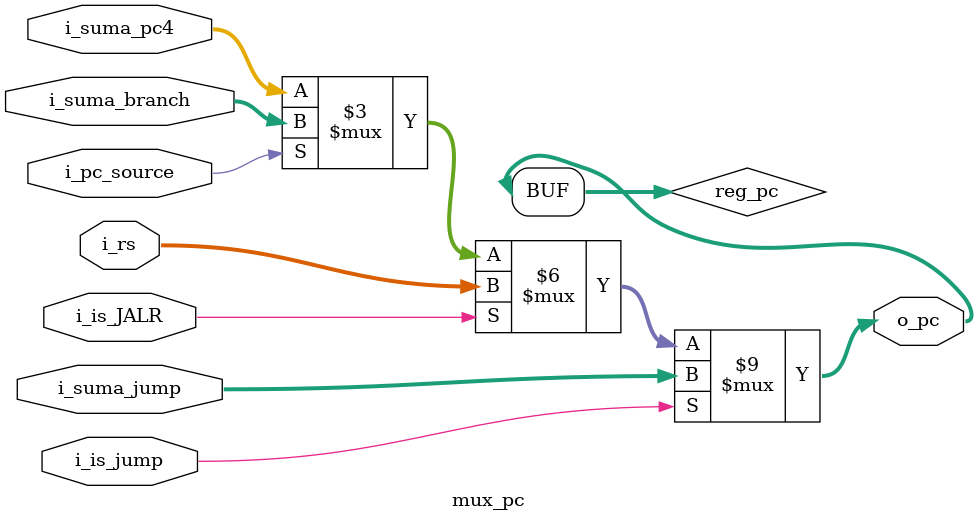
<source format=v>
`timescale 1ns / 1ps

module mux_pc
    #(
        parameter SIZE_ADDR_PC  =  32
    )
    (
        input   wire                            i_is_jump,
        input   wire                            i_is_JALR,
        input   wire    [SIZE_ADDR_PC-1    :0]  i_rs,
        input   wire                            i_pc_source,
        input   wire    [SIZE_ADDR_PC-1    :0]  i_suma_branch,
        input   wire    [SIZE_ADDR_PC-1    :0]  i_suma_pc4,        
        input   wire    [SIZE_ADDR_PC-1    :0]  i_suma_jump,
        output  wire    [SIZE_ADDR_PC-1    :0]  o_pc          
    );
    
    reg [SIZE_ADDR_PC-1    :0]  reg_pc;
   
    always @(*)
    begin
        if(i_is_jump)
            reg_pc <=  i_suma_jump;
        else if (i_is_JALR)
            reg_pc <=  i_rs;
        else if(i_pc_source)
            reg_pc <=  i_suma_branch;
        else
            reg_pc <=  i_suma_pc4;  
    end

    assign o_pc = reg_pc;

endmodule

</source>
